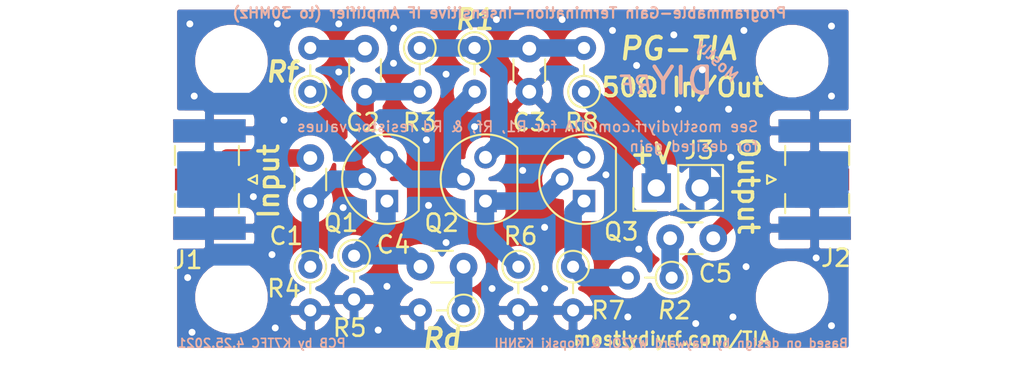
<source format=kicad_pcb>
(kicad_pcb (version 20211014) (generator pcbnew)
  (layers (0 "F.Cu" signal) (31 "B.Cu" signal) (34 "B.Paste" user) (35 "F.Paste" user) (36 "B.SilkS" user "B.Silkscreen") (37 "F.SilkS" user "F.Silkscreen") (38 "B.Mask" user) (39 "F.Mask" user) (44 "Edge.Cuts" user))
  (net 0 "")
  (net 1 "Net-(C1-Pad2)")
  (net 2 "Net-(C1-Pad1)")
  (net 3 "Net-(C2-Pad2)")
  (net 4 "Net-(C3-Pad2)")
  (net 5 "GND")
  (net 6 "Net-(C4-Pad1)")
  (net 7 "Net-(C4-Pad2)")
  (net 8 "Net-(C5-Pad1)")
  (net 9 "Net-(C5-Pad2)")
  (net 10 "+12V")
  (net 11 "Net-(Q1-Pad3)")
  (net 12 "Net-(Q2-Pad1)")
  (net 13 "Net-(Q3-Pad1)")
  (footprint "Connector_Coaxial:SMA_Samtec_SMA-J-P-X-ST-EM1_EdgeMount" (layer "F.Cu") (at 250.9 50.6 90)
    (fp_text reference "J2" (at -4.552 1.23 180) (layer "F.SilkS"))
    (fp_text value "Conn_01x02_Male")
    (fp_line (start 0.84 2) (end 1.95 2) (layer "F.SilkS") (width 0.12))
    (fp_line (start 0.84 -1.71) (end 1.95 -1.71) (layer "F.SilkS") (width 0.12))
    (fp_line (start -1.95 -1.71) (end -0.84 -1.71) (layer "F.SilkS") (width 0.12))
    (fp_line (start 0 -2.26) (end 0.25 -2.76) (layer "F.SilkS") (width 0.12))
    (fp_line (start 0.25 -2.76) (end -0.25 -2.76) (layer "F.SilkS") (width 0.12))
    (fp_line (start -0.25 -2.76) (end 0 -2.26) (layer "F.SilkS") (width 0.12))
    (fp_line (start -1.95 2) (end -0.84 2) (layer "F.SilkS") (width 0.12))
    (pad "1" smd rect locked (at 0 0.2 90) (size 1.27 3.6) (layers "F.Cu" "F.Paste" "F.Mask") (net 8 "Net-(C5-Pad1)"))
    (pad "2" smd rect locked (at 2.825 0 90) (size 1.35 4.2) (layers "F.Cu" "F.Paste" "F.Mask") (net 5 "GND"))
    (pad "2" smd rect locked (at -2.825 0 90) (size 1.35 4.2) (layers "B.Cu" "B.Paste" "B.Mask") (net 5 "GND"))
    (pad "2" smd rect locked (at -2.825 0 90) (size 1.35 4.2) (layers "F.Cu" "F.Paste" "F.Mask") (net 5 "GND"))
    (pad "2" smd rect locked (at 2.825 0 90) (size 1.35 4.2) (layers "B.Cu" "B.Paste" "B.Mask") (net 5 "GND"))
  )
  (footprint "Connector_Coaxial:SMA_Samtec_SMA-J-P-X-ST-EM1_EdgeMount" (layer "F.Cu") (at 215.8 50.6 -90)
    (fp_text reference "J1" (at 4.679 1.262) (layer "F.SilkS"))
    (fp_text value "Conn_01x02_Male")
    (fp_line (start -0.25 -2.76) (end 0 -2.26) (layer "F.SilkS") (width 0.12))
    (fp_line (start 0.25 -2.76) (end -0.25 -2.76) (layer "F.SilkS") (width 0.12))
    (fp_line (start 0.84 2) (end 1.95 2) (layer "F.SilkS") (width 0.12))
    (fp_line (start 0 -2.26) (end 0.25 -2.76) (layer "F.SilkS") (width 0.12))
    (fp_line (start -1.95 2) (end -0.84 2) (layer "F.SilkS") (width 0.12))
    (fp_line (start -1.95 -1.71) (end -0.84 -1.71) (layer "F.SilkS") (width 0.12))
    (fp_line (start 0.84 -1.71) (end 1.95 -1.71) (layer "F.SilkS") (width 0.12))
    (pad "1" smd rect locked (at 0 0.2 270) (size 1.27 3.6) (layers "F.Cu" "F.Paste" "F.Mask") (net 1 "Net-(C1-Pad2)"))
    (pad "2" smd rect locked (at 2.825 0 270) (size 1.35 4.2) (layers "B.Cu" "B.Paste" "B.Mask") (net 5 "GND"))
    (pad "2" smd rect locked (at 2.825 0 270) (size 1.35 4.2) (layers "F.Cu" "F.Paste" "F.Mask") (net 5 "GND"))
    (pad "2" smd rect locked (at -2.825 0 270) (size 1.35 4.2) (layers "B.Cu" "B.Paste" "B.Mask") (net 5 "GND"))
    (pad "2" smd rect locked (at -2.825 0 270) (size 1.35 4.2) (layers "F.Cu" "F.Paste" "F.Mask") (net 5 "GND"))
  )
  (footprint "Package_TO_SOT_THT:TO-92" (layer "F.Cu") (at 231.81 51.85 90)
    (fp_text reference "Q2" (at -1.27 -2.54) (layer "F.SilkS"))
    (fp_text value "2N3904")
    (fp_line (start -0.53 1.85) (end 3.07 1.85) (layer "F.SilkS") (width 0.12))
    (fp_arc (start 1.27 -2.6) (mid 3.672087 -0.994977) (end 3.108478 1.838478) (layer "F.SilkS") (width 0.12))
    (fp_arc (start -0.568478 1.838478) (mid -1.132087 -0.994977) (end 1.27 -2.6) (layer "F.SilkS") (width 0.12))
    (pad "1" thru_hole rect locked (at 0 0 180) (size 1.3 1.3) (drill 0.75) (layers *.Cu *.Mask) (net 12 "Net-(Q2-Pad1)"))
    (pad "2" thru_hole circle locked (at 1.27 -1.27 180) (size 1.3 1.3) (drill 0.75) (layers *.Cu *.Mask) (net 11 "Net-(Q1-Pad3)"))
    (pad "3" thru_hole circle locked (at 2.54 0 180) (size 1.3 1.3) (drill 0.75) (layers *.Cu *.Mask) (net 4 "Net-(C3-Pad2)"))
  )
  (footprint "Resistor_THT:R_Axial_DIN0204_L3.6mm_D1.6mm_P2.54mm_Vertical" (layer "F.Cu") (at 233.715 55.66 -90)
    (fp_text reference "R6" (at -1.778 -0.127) (layer "F.SilkS"))
    (fp_text value "2.2K")
    (fp_line (start 0.92 0) (end 1.54 0) (layer "F.SilkS") (width 0.12))
    (fp_circle (center 0 0) (end 0.92 0) (layer "F.SilkS") (width 0.12) (fill none))
    (pad "1" thru_hole circle locked (at 0 0 270) (size 1.4 1.4) (drill 0.7) (layers *.Cu *.Mask) (net 12 "Net-(Q2-Pad1)"))
    (pad "2" thru_hole oval locked (at 2.54 0 270) (size 1.4 1.4) (drill 0.7) (layers *.Cu *.Mask) (net 5 "GND"))
  )
  (footprint "Resistor_THT:R_Axial_DIN0204_L3.6mm_D1.6mm_P2.54mm_Vertical" (layer "F.Cu") (at 236.89 55.66 -90)
    (fp_text reference "R7" (at 2.54 -2.032) (layer "F.SilkS"))
    (fp_text value "470")
    (fp_line (start 0.92 0) (end 1.54 0) (layer "F.SilkS") (width 0.12))
    (fp_circle (center 0 0) (end 0.92 0) (layer "F.SilkS") (width 0.12) (fill none))
    (pad "1" thru_hole circle locked (at 0 0 270) (size 1.4 1.4) (drill 0.7) (layers *.Cu *.Mask) (net 13 "Net-(Q3-Pad1)"))
    (pad "2" thru_hole oval locked (at 2.54 0 270) (size 1.4 1.4) (drill 0.7) (layers *.Cu *.Mask) (net 5 "GND"))
  )
  (footprint "Capacitor_THT:C_Disc_D3.0mm_W1.6mm_P2.50mm" (layer "F.Cu") (at 224.825 45.5 90)
    (fp_text reference "C2" (at -1.778 -0.127) (layer "F.SilkS"))
    (fp_text value "0.10")
    (fp_line (start 0.621 -0.92) (end 1.879 -0.92) (layer "F.SilkS") (width 0.12))
    (fp_line (start 0.621 0.92) (end 1.879 0.92) (layer "F.SilkS") (width 0.12))
    (pad "1" thru_hole circle locked (at 0 0 90) (size 1.6 1.6) (drill 0.8) (layers *.Cu *.Mask) (net 2 "Net-(C1-Pad1)"))
    (pad "2" thru_hole circle locked (at 2.5 0 90) (size 1.6 1.6) (drill 0.8) (layers *.Cu *.Mask) (net 3 "Net-(C2-Pad2)"))
  )
  (footprint "Resistor_THT:R_Axial_DIN0204_L3.6mm_D1.6mm_P2.54mm_Vertical" (layer "F.Cu") (at 224.19 55.025 -90)
    (fp_text reference "R5" (at 4.191 0.254) (layer "F.SilkS"))
    (fp_text value "180")
    (fp_line (start 0.92 0) (end 1.54 0) (layer "F.SilkS") (width 0.12))
    (fp_circle (center 0 0) (end 0.92 0) (layer "F.SilkS") (width 0.12) (fill none))
    (pad "1" thru_hole circle locked (at 0 0 270) (size 1.4 1.4) (drill 0.7) (layers *.Cu *.Mask) (net 7 "Net-(C4-Pad2)"))
    (pad "2" thru_hole oval locked (at 2.54 0 270) (size 1.4 1.4) (drill 0.7) (layers *.Cu *.Mask) (net 5 "GND"))
  )
  (footprint "Resistor_THT:R_Axial_DIN0204_L3.6mm_D1.6mm_P2.54mm_Vertical" (layer "F.Cu") (at 231.175 42.96 -90)
    (fp_text reference "R1" (at -1.651 0) (layer "F.SilkS") (effects (font (size 1.143 1.143) (thickness 0.2032) italic)))
    (fp_text value "330")
    (fp_line (start 0.92 0) (end 1.54 0) (layer "F.SilkS") (width 0.12))
    (fp_circle (center 0 0) (end 0.92 0) (layer "F.SilkS") (width 0.12) (fill none))
    (pad "1" thru_hole circle locked (at 0 0 270) (size 1.4 1.4) (drill 0.7) (layers *.Cu *.Mask) (net 4 "Net-(C3-Pad2)"))
    (pad "2" thru_hole oval locked (at 2.54 0 270) (size 1.4 1.4) (drill 0.7) (layers *.Cu *.Mask) (net 11 "Net-(Q1-Pad3)"))
  )
  (footprint "MountingHole:MountingHole_3.2mm_M3" (layer "F.Cu") (at 249.59 43.722)
    (fp_text reference "REF**" hide)
    (fp_text value "MountingHole_3.2mm_M3")
    (pad "" np_thru_hole circle locked (at 0 0) (size 3.2 3.2) (drill 3.2) (layers *.Cu *.Mask))
  )
  (footprint "Capacitor_THT:C_Disc_D3.0mm_W1.6mm_P2.50mm" (layer "F.Cu") (at 230.54 55.66 180)
    (fp_text reference "C4" (at 4.064 1.27) (layer "F.SilkS"))
    (fp_text value "0.10")
    (fp_line (start 0.621 0.92) (end 1.879 0.92) (layer "F.SilkS") (width 0.12))
    (fp_line (start 0.621 -0.92) (end 1.879 -0.92) (layer "F.SilkS") (width 0.12))
    (pad "1" thru_hole circle locked (at 0 0 180) (size 1.6 1.6) (drill 0.8) (layers *.Cu *.Mask) (net 6 "Net-(C4-Pad1)"))
    (pad "2" thru_hole circle locked (at 2.5 0 180) (size 1.6 1.6) (drill 0.8) (layers *.Cu *.Mask) (net 7 "Net-(C4-Pad2)"))
  )
  (footprint "Resistor_THT:R_Axial_DIN0204_L3.6mm_D1.6mm_P2.54mm_Vertical" (layer "F.Cu") (at 228 42.96 -90)
    (fp_text reference "R3" (at 4.318 0) (layer "F.SilkS"))
    (fp_text value "10K")
    (fp_line (start 0.92 0) (end 1.54 0) (layer "F.SilkS") (width 0.12))
    (fp_circle (center 0 0) (end 0.92 0) (layer "F.SilkS") (width 0.12) (fill none))
    (pad "1" thru_hole circle locked (at 0 0 270) (size 1.4 1.4) (drill 0.7) (layers *.Cu *.Mask) (net 4 "Net-(C3-Pad2)"))
    (pad "2" thru_hole oval locked (at 2.54 0 270) (size 1.4 1.4) (drill 0.7) (layers *.Cu *.Mask) (net 2 "Net-(C1-Pad1)"))
  )
  (footprint "Resistor_THT:R_Axial_DIN0204_L3.6mm_D1.6mm_P2.54mm_Vertical" (layer "F.Cu") (at 230.54 58.2 180)
    (fp_text reference "Rd" (at 1.27 -1.651 180) (layer "F.SilkS") (effects (font (size 1.143 1.143) (thickness 0.2286) italic)))
    (fp_text value "15")
    (fp_line (start 0.92 0) (end 1.54 0) (layer "F.SilkS") (width 0.12))
    (fp_circle (center 0 0) (end 0.92 0) (layer "F.SilkS") (width 0.12) (fill none))
    (pad "1" thru_hole circle locked (at 0 0 180) (size 1.4 1.4) (drill 0.7) (layers *.Cu *.Mask) (net 6 "Net-(C4-Pad1)"))
    (pad "2" thru_hole oval locked (at 2.54 0 180) (size 1.4 1.4) (drill 0.7) (layers *.Cu *.Mask) (net 5 "GND"))
  )
  (footprint "Resistor_THT:R_Axial_DIN0204_L3.6mm_D1.6mm_P2.54mm_Vertical" (layer "F.Cu") (at 237.525 45.5 90)
    (fp_text reference "R8" (at -1.778 -0.127) (layer "F.SilkS"))
    (fp_text value "10")
    (fp_line (start 0.92 0) (end 1.54 0) (layer "F.SilkS") (width 0.12))
    (fp_circle (center 0 0) (end 0.92 0) (layer "F.SilkS") (width 0.12) (fill none))
    (pad "1" thru_hole circle locked (at 0 0 90) (size 1.4 1.4) (drill 0.7) (layers *.Cu *.Mask) (net 10 "+12V"))
    (pad "2" thru_hole oval locked (at 2.54 0 90) (size 1.4 1.4) (drill 0.7) (layers *.Cu *.Mask) (net 4 "Net-(C3-Pad2)"))
  )
  (footprint "Package_TO_SOT_THT:TO-92" (layer "F.Cu") (at 226.095 51.85 90)
    (fp_text reference "Q1" (at -1.27 -2.667) (layer "F.SilkS"))
    (fp_text value "2N3904")
    (fp_line (start -0.53 1.85) (end 3.07 1.85) (layer "F.SilkS") (width 0.12))
    (fp_arc (start 1.27 -2.6) (mid 3.672087 -0.994977) (end 3.108478 1.838478) (layer "F.SilkS") (width 0.12))
    (fp_arc (start -0.568478 1.838478) (mid -1.132087 -0.994977) (end 1.27 -2.6) (layer "F.SilkS") (width 0.12))
    (pad "1" thru_hole rect locked (at 0 0 180) (size 1.3 1.3) (drill 0.75) (layers *.Cu *.Mask) (net 7 "Net-(C4-Pad2)"))
    (pad "2" thru_hole circle locked (at 1.27 -1.27 180) (size 1.3 1.3) (drill 0.75) (layers *.Cu *.Mask) (net 2 "Net-(C1-Pad1)"))
    (pad "3" thru_hole circle locked (at 2.54 0 180) (size 1.3 1.3) (drill 0.75) (layers *.Cu *.Mask) (net 11 "Net-(Q1-Pad3)"))
  )
  (footprint "Capacitor_THT:C_Disc_D3.0mm_W1.6mm_P2.50mm" (layer "F.Cu") (at 234.35 45.5 90)
    (fp_text reference "C3" (at -1.778 0) (layer "F.SilkS"))
    (fp_text value "0.10")
    (fp_line (start 0.621 -0.92) (end 1.879 -0.92) (layer "F.SilkS") (width 0.12))
    (fp_line (start 0.621 0.92) (end 1.879 0.92) (layer "F.SilkS") (width 0.12))
    (pad "1" thru_hole circle locked (at 0 0 90) (size 1.6 1.6) (drill 0.8) (layers *.Cu *.Mask) (net 5 "GND"))
    (pad "2" thru_hole circle locked (at 2.5 0 90) (size 1.6 1.6) (drill 0.8) (layers *.Cu *.Mask) (net 4 "Net-(C3-Pad2)"))
  )
  (footprint "Package_TO_SOT_THT:TO-92" (layer "F.Cu") (at 237.525 51.85 90)
    (fp_text reference "Q3" (at -1.778 2.159) (layer "F.SilkS"))
    (fp_text value "2N3904")
    (fp_line (start -0.53 1.85) (end 3.07 1.85) (layer "F.SilkS") (width 0.12))
    (fp_arc (start 1.27 -2.6) (mid 3.672087 -0.994977) (end 3.108478 1.838478) (layer "F.SilkS") (width 0.12))
    (fp_arc (start -0.568478 1.838478) (mid -1.132087 -0.994977) (end 1.27 -2.6) (layer "F.SilkS") (width 0.12))
    (pad "1" thru_hole rect locked (at 0 0 180) (size 1.3 1.3) (drill 0.75) (layers *.Cu *.Mask) (net 13 "Net-(Q3-Pad1)"))
    (pad "2" thru_hole circle locked (at 1.27 -1.27 180) (size 1.3 1.3) (drill 0.75) (layers *.Cu *.Mask) (net 12 "Net-(Q2-Pad1)"))
    (pad "3" thru_hole circle locked (at 2.54 0 180) (size 1.3 1.3) (drill 0.75) (layers *.Cu *.Mask) (net 4 "Net-(C3-Pad2)"))
  )
  (footprint "Resistor_THT:R_Axial_DIN0204_L3.6mm_D1.6mm_P2.54mm_Vertical" (layer "F.Cu") (at 221.65 55.66 -90)
    (fp_text reference "R4" (at 1.27 1.524) (layer "F.SilkS"))
    (fp_text value "2.2K")
    (fp_line (start 0.92 0) (end 1.54 0) (layer "F.SilkS") (width 0.12))
    (fp_circle (center 0 0) (end 0.92 0) (layer "F.SilkS") (width 0.12) (fill none))
    (pad "1" thru_hole circle locked (at 0 0 270) (size 1.4 1.4) (drill 0.7) (layers *.Cu *.Mask) (net 2 "Net-(C1-Pad1)"))
    (pad "2" thru_hole oval locked (at 2.54 0 270) (size 1.4 1.4) (drill 0.7) (layers *.Cu *.Mask) (net 5 "GND"))
  )
  (footprint "Resistor_THT:R_Axial_DIN0204_L3.6mm_D1.6mm_P2.54mm_Vertical" (layer "F.Cu") (at 242.605 56.295 180)
    (fp_text reference "R2" (at -0.127 -1.905) (layer "F.SilkS") (effects (font (size 0.9906 0.9906) (thickness 0.1524) italic)))
    (fp_text value "47")
    (fp_line (start 0.92 0) (end 1.54 0) (layer "F.SilkS") (width 0.12))
    (fp_circle (center 0 0) (end 0.92 0) (layer "F.SilkS") (width 0.12) (fill none))
    (pad "1" thru_hole circle locked (at 0 0 180) (size 1.4 1.4) (drill 0.7) (layers *.Cu *.Mask) (net 9 "Net-(C5-Pad2)"))
    (pad "2" thru_hole oval locked (at 2.54 0 180) (size 1.4 1.4) (drill 0.7) (layers *.Cu *.Mask) (net 13 "Net-(Q3-Pad1)"))
  )
  (footprint "Capacitor_THT:C_Disc_D3.0mm_W1.6mm_P2.50mm" (layer "F.Cu") (at 221.65 51.85 90)
    (fp_text reference "C1" (at -2.032 -1.397) (layer "F.SilkS"))
    (fp_text value "0.10")
    (fp_line (start 0.621 -0.92) (end 1.879 -0.92) (layer "F.SilkS") (width 0.12))
    (fp_line (start 0.621 0.92) (end 1.879 0.92) (layer "F.SilkS") (width 0.12))
    (pad "1" thru_hole circle locked (at 0 0 90) (size 1.6 1.6) (drill 0.8) (layers *.Cu *.Mask) (net 2 "Net-(C1-Pad1)"))
    (pad "2" thru_hole circle locked (at 2.5 0 90) (size 1.6 1.6) (drill 0.8) (layers *.Cu *.Mask) (net 1 "Net-(C1-Pad2)"))
  )
  (footprint "Capacitor_THT:C_Disc_D3.0mm_W1.6mm_P2.50mm" (layer "F.Cu") (at 245.018 54.009 180)
    (fp_text reference "C5" (at -0.127 -2.05) (layer "F.SilkS"))
    (fp_text value "0.10")
    (fp_line (start 0.621 0.92) (end 1.879 0.92) (layer "F.SilkS") (width 0.12))
    (fp_line (start 0.621 -0.92) (end 1.879 -0.92) (layer "F.SilkS") (width 0.12))
    (pad "1" thru_hole circle locked (at 0 0 180) (size 1.6 1.6) (drill 0.8) (layers *.Cu *.Mask) (net 8 "Net-(C5-Pad1)"))
    (pad "2" thru_hole circle locked (at 2.5 0 180) (size 1.6 1.6) (drill 0.8) (layers *.Cu *.Mask) (net 9 "Net-(C5-Pad2)"))
  )
  (footprint "Resistor_THT:R_Axial_DIN0204_L3.6mm_D1.6mm_P2.54mm_Vertical" (layer "F.Cu") (at 221.65 45.5 90)
    (fp_text reference "Rf" (at 1.143 -1.651 180) (layer "F.SilkS") (effects (font (size 1.143 1.143) (thickness 0.2286) italic)))
    (fp_text value "680")
    (fp_line (start 0.92 0) (end 1.54 0) (layer "F.SilkS") (width 0.12))
    (fp_circle (center 0 0) (end 0.92 0) (layer "F.SilkS") (width 0.12) (fill none))
    (pad "1" thru_hole circle locked (at 0 0 90) (size 1.4 1.4) (drill 0.7) (layers *.Cu *.Mask) (net 11 "Net-(Q1-Pad3)"))
    (pad "2" thru_hole oval locked (at 2.54 0 90) (size 1.4 1.4) (drill 0.7) (layers *.Cu *.Mask) (net 3 "Net-(C2-Pad2)"))
  )
  (footprint "MountingHole:MountingHole_3.2mm_M3" (layer "F.Cu") (at 249.59 57.438)
    (fp_text reference "REF**" hide)
    (fp_text value "MountingHole_3.2mm_M3")
    (pad "" np_thru_hole circle locked (at 0 0) (size 3.2 3.2) (drill 3.2) (layers *.Cu *.Mask))
  )
  (footprint "MountingHole:MountingHole_3.2mm_M3" (layer "F.Cu") (at 217.078 43.722)
    (fp_text reference "REF**" hide)
    (fp_text value "MountingHole_3.2mm_M3")
    (pad "" np_thru_hole circle locked (at 0 0) (size 3.2 3.2) (drill 3.2) (layers *.Cu *.Mask))
  )
  (footprint "MountingHole:MountingHole_3.2mm_M3" (layer "F.Cu") (at 217.078 57.438)
    (fp_text reference "REF**" hide)
    (fp_text value "MountingHole_3.2mm_M3")
    (pad "" np_thru_hole circle locked (at 0 0) (size 3.2 3.2) (drill 3.2) (layers *.Cu *.Mask))
  )
  (footprint "Connector_PinHeader_2.54mm:PinHeader_1x02_P2.54mm_Vertical" (layer "F.Cu") (at 241.716 51.088 90)
    (fp_text reference "J3" (at 2.188 2.484) (layer "F.SilkS"))
    (fp_text value "Conn_01x02_Male")
    (fp_line (start -1.33 3.87) (end 1.33 3.87) (layer "F.SilkS") (width 0.12))
    (fp_line (start -1.33 1.27) (end 1.33 1.27) (layer "F.SilkS") (width 0.12))
    (fp_line (start -1.33 -1.33) (end 0 -1.33) (layer "F.SilkS") (width 0.12))
    (fp_line (start -1.33 0) (end -1.33 -1.33) (layer "F.SilkS") (width 0.12))
    (fp_line (start 1.33 1.27) (end 1.33 3.87) (layer "F.SilkS") (width 0.12))
    (fp_line (start -1.33 1.27) (end -1.33 3.87) (layer "F.SilkS") (width 0.12))
    (pad "1" thru_hole rect locked (at 0 0 90) (size 1.7 1.7) (drill 1) (layers *.Cu *.Mask) (net 10 "+12V"))
    (pad "2" thru_hole oval locked (at 0 2.54 90) (size 1.7 1.7) (drill 1) (layers *.Cu *.Mask) (net 5 "GND"))
  )
  (gr_text "DIY" (at 243.24 44.865) (layer "B.SilkS") (effects (font (size 1.524 1.524) (thickness 0.2286)) (justify mirror)))
  (gr_text "Mostly" (at 245.272 43.722 315) (layer "B.SilkS") (effects (font (size 0.635 0.635) (thickness 0.127) italic) (justify mirror)))
  (gr_text "PCB by K7TFC 4.25.2021" (at 213.903 60.105) (layer "B.SilkS") (effects (font (size 0.508 0.508) (thickness 0.1016)) (justify right mirror)))
  (gr_text "Programmable-Gain Termination-Insensitive IF Amplifier (to 30MHz)" (at 249.336 40.928) (layer "B.SilkS") (effects (font (size 0.6096 0.6096) (thickness 0.127)) (justify left mirror)))
  (gr_text "See mostlydiyrf.com/TIA for R1, Rf, & Rd resistor values" (at 247.685 47.532) (layer "B.SilkS") (effects (font (size 0.6096 0.6096) (thickness 0.1016)) (justify left mirror)))
  (gr_text "for desired gain" (at 247.685 48.675) (layer "B.SilkS") (effects (font (size 0.6096 0.6096) (thickness 0.1016)) (justify left mirror)))
  (gr_text "Based on design by Hayward W7ZOI & Kopski K3NHI" (at 252.892 60.105) (layer "B.SilkS") (effects (font (size 0.508 0.508) (thickness 0.1016)) (justify left mirror)))
  (gr_text "RF" (at 240.573 45.119) (layer "B.SilkS") (effects (font (size 1 1) (thickness 0.1524) italic) (justify mirror)))
  (gr_text "PG-TIA" (at 242.986 43) (layer "F.SilkS") (effects (font (size 1.27 1.27) (thickness 0.2286) italic)))
  (gr_text "+V" (at 241.4 49.1) (layer "F.SilkS") (effects (font (size 1.143 1.143) (thickness 0.2032))))
  (gr_text "Input" (at 219.237 50.707 90) (layer "F.SilkS") (effects (font (size 1.143 1.143) (thickness 0.2032))))
  (gr_text "Output" (at 247.05 50.961 -90) (layer "F.SilkS") (effects (font (size 1.143 1.143) (thickness 0.2032))))
  (gr_text "50Ω In/Out" (at 243.24 45.246) (layer "F.SilkS") (effects (font (size 1.0668 1.0668) (thickness 0.2032))))
  (gr_text "mostlydiyrf.com/TIA" (at 242.605 59.851) (layer "F.SilkS") (effects (font (size 0.762 0.762))))
  (segment (start 216.85 49.35) (end 215.6 50.6) (width 1.016) (layer "F.Cu") (net 1))
  (segment (start 221.65 49.35) (end 216.85 49.35) (width 1.016) (layer "F.Cu") (net 1))
  (segment (start 224.825 45.5) (end 224.825 48.570158) (width 1.016) (layer "F.Cu") (net 2))
  (segment (start 224.175001 49.220157) (end 224.175001 49.930001) (width 1.016) (layer "F.Cu") (net 2))
  (segment (start 224.825 48.570158) (end 224.175001 49.220157) (width 1.016) (layer "F.Cu") (net 2))
  (segment (start 224.175001 49.930001) (end 224.825 50.58) (width 1.016) (layer "F.Cu") (net 2))
  (segment (start 221.65 51.85) (end 221.65 55.66) (width 1.016) (layer "B.Cu") (net 2))
  (segment (start 228 45.5) (end 224.825 45.5) (width 1.016) (layer "B.Cu") (net 2))
  (segment (start 222.92 50.58) (end 221.65 51.85) (width 1.016) (layer "B.Cu") (net 2))
  (segment (start 224.825 50.58) (end 222.92 50.58) (width 1.016) (layer "B.Cu") (net 2))
  (segment (start 224.825 43) (end 221.69 43) (width 1.016) (layer "B.Cu") (net 3))
  (segment (start 221.69 43) (end 221.65 42.96) (width 1.016) (layer "B.Cu") (net 3))
  (segment (start 232.459999 48.660001) (end 231.81 49.31) (width 1.016) (layer "B.Cu") (net 4))
  (segment (start 231.215 43) (end 231.175 42.96) (width 1.016) (layer "B.Cu") (net 4))
  (segment (start 237.525 42.96) (end 234.39 42.96) (width 1.016) (layer "B.Cu") (net 4))
  (segment (start 234.39 42.96) (end 234.35 43) (width 1.016) (layer "B.Cu") (net 4))
  (segment (start 232.583001 48.536999) (end 232.459999 48.660001) (width 1.016) (layer "B.Cu") (net 4))
  (segment (start 231.175 42.96) (end 228 42.96) (width 1.016) (layer "B.Cu") (net 4))
  (segment (start 234.35 43) (end 231.215 43) (width 1.016) (layer "B.Cu") (net 4))
  (segment (start 231.175 42.96) (end 232.583001 44.368001) (width 1.016) (layer "B.Cu") (net 4))
  (segment (start 232.583001 44.368001) (end 232.583001 48.536999) (width 1.016) (layer "B.Cu") (net 4))
  (segment (start 237.525 49.31) (end 236.875001 48.660001) (width 1.016) (layer "B.Cu") (net 4))
  (segment (start 236.875001 48.660001) (end 232.459999 48.660001) (width 1.016) (layer "B.Cu") (net 4))
  (via (at 214.538 56.295) (size 0.8) (drill 0.4) (layers "F.Cu" "B.Cu") (net 5))
  (via (at 232.445 41.309) (size 0.8) (drill 0.4) (layers "F.Cu" "B.Cu") (net 5))
  (via (at 236.255 41.309) (size 0.8) (drill 0.4) (layers "F.Cu" "B.Cu") (net 5))
  (via (at 235.239 56.93) (size 0.8) (drill 0.4) (layers "F.Cu" "B.Cu") (net 5))
  (via (at 232.191 56.93) (size 0.8) (drill 0.4) (layers "F.Cu" "B.Cu") (net 5))
  (via (at 214.792 59.47) (size 0.8) (drill 0.4) (layers "F.Cu" "B.Cu") (net 5))
  (via (at 250.987 55.152) (size 0.8) (drill 0.4) (layers "F.Cu" "B.Cu") (net 5))
  (via (at 229.524 54.263) (size 0.8) (drill 0.4) (layers "F.Cu" "B.Cu") (net 5))
  (via (at 226.095 56.803) (size 0.8) (drill 0.4) (layers "F.Cu" "B.Cu") (net 5))
  (via (at 219.429 54.96) (size 0.8) (drill 0.4) (layers "F.Cu" "B.Cu") (net 5))
  (via (at 246.796 41.944) (size 0.8) (drill 0.4) (layers "F.Cu" "B.Cu") (net 5))
  (via (at 242.732 42.198) (size 0.8) (drill 0.4) (layers "F.Cu" "B.Cu") (net 5))
  (via (at 239.176 41.944) (size 0.8) (drill 0.4) (layers "F.Cu" "B.Cu") (net 5))
  (via (at 251.876 41.69) (size 0.8) (drill 0.4) (layers "F.Cu" "B.Cu") (net 5))
  (via (at 214.919 45.754) (size 0.8) (drill 0.4) (layers "F.Cu" "B.Cu") (net 5))
  (via (at 214.665 41.563) (size 0.8) (drill 0.4) (layers "F.Cu" "B.Cu") (net 5))
  (via (at 235.239 53.374) (size 0.8) (drill 0.4) (layers "F.Cu" "B.Cu") (net 5))
  (via (at 225.587 59.343) (size 0.8) (drill 0.4) (layers "F.Cu" "B.Cu") (net 5))
  (via (at 246.034 49.31) (size 0.8) (drill 0.4) (layers "F.Cu" "B.Cu") (net 5))
  (via (at 242.986 46.516) (size 0.8) (drill 0.4) (layers "F.Cu" "B.Cu") (net 5))
  (via (at 229.524 44.484) (size 0.8) (drill 0.4) (layers "F.Cu" "B.Cu") (net 5))
  (via (at 246.161 58.581) (size 0.8) (drill 0.4) (layers "F.Cu" "B.Cu") (net 5))
  (via (at 246.923 55.66) (size 0.8) (drill 0.4) (layers "F.Cu" "B.Cu") (net 5))
  (via (at 218.348 51.596) (size 0.8) (drill 0.4) (layers "F.Cu" "B.Cu") (net 5))
  (via (at 220.126 47.151) (size 0.8) (drill 0.4) (layers "F.Cu" "B.Cu") (net 5))
  (via (at 240.065 58.581) (size 0.8) (drill 0.4) (layers "F.Cu" "B.Cu") (net 5))
  (via (at 244.002 58.962) (size 0.8) (drill 0.4) (layers "F.Cu" "B.Cu") (net 5))
  (via (at 233.969 50.072) (size 0.8) (drill 0.4) (layers "F.Cu" "B.Cu") (net 5))
  (via (at 223.555 52.231) (size 0.8) (drill 0.4) (layers "F.Cu" "B.Cu") (net 5))
  (via (at 228.508 52.104) (size 0.8) (drill 0.4) (layers "F.Cu" "B.Cu") (net 5))
  (via (at 240.7 54.644) (size 0.8) (drill 0.4) (layers "F.Cu" "B.Cu") (net 5))
  (via (at 238.795 50.326) (size 0.8) (drill 0.4) (layers "F.Cu" "B.Cu") (net 5))
  (via (at 219.745 41.563) (size 0.8) (drill 0.4) (layers "F.Cu" "B.Cu") (net 5))
  (via (at 226.476 43.849) (size 0.8) (drill 0.4) (layers "F.Cu" "B.Cu") (net 5))
  (via (at 231.175 47.532) (size 0.8) (drill 0.4) (layers "F.Cu" "B.Cu") (net 5))
  (via (at 223.301 44.357) (size 0.8) (drill 0.4) (layers "F.Cu" "B.Cu") (net 5))
  (via (at 219.618 59.216) (size 0.8) (drill 0.4) (layers "F.Cu" "B.Cu") (net 5))
  (via (at 251.876 59.089) (size 0.8) (drill 0.4) (layers "F.Cu" "B.Cu") (net 5))
  (via (at 244.383 44.23) (size 0.8) (drill 0.4) (layers "F.Cu" "B.Cu") (net 5))
  (via (at 240.573 43.976) (size 0.8) (drill 0.4) (layers "F.Cu" "B.Cu") (net 5))
  (via (at 251.876 45.754) (size 0.8) (drill 0.4) (layers "F.Cu" "B.Cu") (net 5))
  (via (at 245.907 46.516) (size 0.8) (drill 0.4) (layers "F.Cu" "B.Cu") (net 5))
  (via (at 226.476 41.817) (size 0.8) (drill 0.4) (layers "F.Cu" "B.Cu") (net 5))
  (via (at 223.301 41.563) (size 0.8) (drill 0.4) (layers "F.Cu" "B.Cu") (net 5))
  (via (at 228.381 48.294) (size 0.8) (drill 0.4) (layers "F.Cu" "B.Cu") (net 5))
  (segment (start 244.256 49.179) (end 247.235 46.2) (width 1.27) (layer "B.Cu") (net 5))
  (segment (start 246.381041 52.010959) (end 247.235 52.864919) (width 1.27) (layer "B.Cu") (net 5))
  (segment (start 219.429 54.96) (end 216.12 54.96) (width 1.27) (layer "B.Cu") (net 5))
  (segment (start 245.458081 51.088) (end 246.381041 52.010959) (width 1.27) (layer "B.Cu") (net 5))
  (segment (start 247.235 52.864919) (end 247.235 54.274107) (width 1.27) (layer "B.Cu") (net 5))
  (segment (start 247.235 54.274107) (end 247.235 54.96) (width 1.27) (layer "B.Cu") (net 5))
  (segment (start 244.256 51.088) (end 244.256 49.179) (width 1.27) (layer "B.Cu") (net 5))
  (segment (start 219.56 54.96) (end 219.429 54.96) (width 1.27) (layer "B.Cu") (net 5))
  (segment (start 219.56 46.2) (end 216.12 46.2) (width 1.27) (layer "B.Cu") (net 5))
  (segment (start 244.256 51.088) (end 245.458081 51.088) (width 1.27) (layer "B.Cu") (net 5))
  (segment (start 230.54 55.66) (end 230.54 58.2) (width 1.016) (layer "B.Cu") (net 6))
  (segment (start 227.405 55.025) (end 228.04 55.66) (width 1.016) (layer "B.Cu") (net 7))
  (segment (start 226.095 51.85) (end 226.095 53.12) (width 1.016) (layer "B.Cu") (net 7))
  (segment (start 226.095 53.12) (end 224.19 55.025) (width 1.016) (layer "B.Cu") (net 7))
  (segment (start 224.19 55.025) (end 227.405 55.025) (width 1.016) (layer "B.Cu") (net 7))
  (segment (start 248.32 50.58) (end 250.675 50.58) (width 1.016) (layer "F.Cu") (net 8))
  (segment (start 245.018 53.882) (end 248.32 50.58) (width 1.016) (layer "F.Cu") (net 8))
  (segment (start 242.518 54.009) (end 242.518 56.208) (width 1.016) (layer "B.Cu") (net 9))
  (segment (start 242.518 56.208) (end 242.605 56.295) (width 1.016) (layer "B.Cu") (net 9))
  (segment (start 242.605 53.969) (end 242.518 53.882) (width 1.016) (layer "B.Cu") (net 9))
  (segment (start 241.716 51.088) (end 241.716 49.691) (width 1.27) (layer "B.Cu") (net 10))
  (segment (start 241.716 49.691) (end 237.525 45.5) (width 1.27) (layer "B.Cu") (net 10))
  (segment (start 222.285 45.5) (end 226.095 49.31) (width 1.016) (layer "B.Cu") (net 11))
  (segment (start 231.175 45.5) (end 229.890001 46.784999) (width 1.016) (layer "B.Cu") (net 11))
  (segment (start 221.65 45.5) (end 222.285 45.5) (width 1.016) (layer "B.Cu") (net 11))
  (segment (start 229.890001 46.784999) (end 229.890001 49.930001) (width 1.016) (layer "B.Cu") (net 11))
  (segment (start 229.890001 49.930001) (end 230.54 50.58) (width 1.016) (layer "B.Cu") (net 11))
  (segment (start 230.54 50.58) (end 227.365 50.58) (width 1.016) (layer "B.Cu") (net 11))
  (segment (start 227.365 50.58) (end 226.095 49.31) (width 1.016) (layer "B.Cu") (net 11))
  (segment (start 231.81 51.85) (end 234.985 51.85) (width 1.016) (layer "B.Cu") (net 12))
  (segment (start 234.985 51.85) (end 236.255 50.58) (width 1.016) (layer "B.Cu") (net 12))
  (segment (start 231.81 51.85) (end 231.81 53.755) (width 1.016) (layer "B.Cu") (net 12))
  (segment (start 231.81 53.755) (end 233.715 55.66) (width 1.016) (layer "B.Cu") (net 12))
  (segment (start 236.89 55.66) (end 236.89 52.485) (width 1.016) (layer "B.Cu") (net 13))
  (segment (start 236.89 52.485) (end 237.525 51.85) (width 1.016) (layer "B.Cu") (net 13))
  (segment (start 240.065 56.295) (end 237.525 56.295) (width 1.016) (layer "B.Cu") (net 13))
  (segment (start 237.525 56.295) (end 236.89 55.66) (width 1.016) (layer "B.Cu") (net 13))
  (zone (net 5) (net_name "GND") (layer "F.Cu") (connect_pads (clearance 0.508)) (min_thickness 0.254) (fill yes (thermal_gap 0.508) (thermal_bridge_width 0.508))
    (polygon (pts (xy 253.273 60.74) (xy 213.395 60.74) (xy 213.395 40.42) (xy 253.273 40.42)))
  )
  (zone (net 5) (net_name "GND") (layer "B.Cu") (connect_pads (clearance 0.508)) (min_thickness 0.254) (fill yes (thermal_gap 0.508) (thermal_bridge_width 0.508))
    (polygon (pts (xy 253.146 60.613) (xy 213.522 60.613) (xy 213.522 40.42) (xy 253.146 40.42)))
  )
)
</source>
